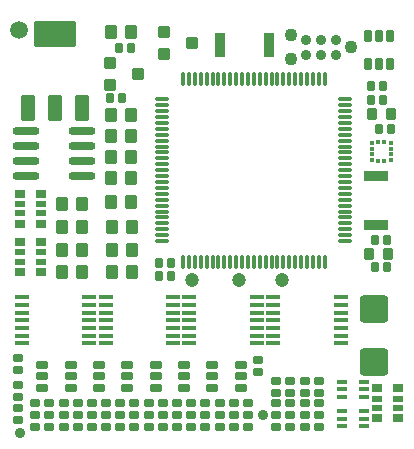
<source format=gts>
G04*
G04 #@! TF.GenerationSoftware,Altium Limited,Altium Designer,23.8.1 (32)*
G04*
G04 Layer_Color=8388736*
%FSLAX25Y25*%
%MOIN*%
G70*
G04*
G04 #@! TF.SameCoordinates,1743D94C-C548-4208-902B-E8BBFEDC475C*
G04*
G04*
G04 #@! TF.FilePolarity,Negative*
G04*
G01*
G75*
G04:AMPARAMS|DCode=56|XSize=29.53mil|YSize=35.43mil|CornerRadius=4.53mil|HoleSize=0mil|Usage=FLASHONLY|Rotation=270.000|XOffset=0mil|YOffset=0mil|HoleType=Round|Shape=RoundedRectangle|*
%AMROUNDEDRECTD56*
21,1,0.02953,0.02638,0,0,270.0*
21,1,0.02047,0.03543,0,0,270.0*
1,1,0.00906,-0.01319,-0.01024*
1,1,0.00906,-0.01319,0.01024*
1,1,0.00906,0.01319,0.01024*
1,1,0.00906,0.01319,-0.01024*
%
%ADD56ROUNDEDRECTD56*%
G04:AMPARAMS|DCode=57|XSize=21.65mil|YSize=35.43mil|CornerRadius=3.74mil|HoleSize=0mil|Usage=FLASHONLY|Rotation=270.000|XOffset=0mil|YOffset=0mil|HoleType=Round|Shape=RoundedRectangle|*
%AMROUNDEDRECTD57*
21,1,0.02165,0.02795,0,0,270.0*
21,1,0.01417,0.03543,0,0,270.0*
1,1,0.00748,-0.01398,-0.00709*
1,1,0.00748,-0.01398,0.00709*
1,1,0.00748,0.01398,0.00709*
1,1,0.00748,0.01398,-0.00709*
%
%ADD57ROUNDEDRECTD57*%
G04:AMPARAMS|DCode=58|XSize=16.54mil|YSize=35.43mil|CornerRadius=3.23mil|HoleSize=0mil|Usage=FLASHONLY|Rotation=90.000|XOffset=0mil|YOffset=0mil|HoleType=Round|Shape=RoundedRectangle|*
%AMROUNDEDRECTD58*
21,1,0.01654,0.02898,0,0,90.0*
21,1,0.01008,0.03543,0,0,90.0*
1,1,0.00646,0.01449,0.00504*
1,1,0.00646,0.01449,-0.00504*
1,1,0.00646,-0.01449,-0.00504*
1,1,0.00646,-0.01449,0.00504*
%
%ADD58ROUNDEDRECTD58*%
%ADD59O,0.05118X0.01260*%
%ADD60O,0.01260X0.05118*%
%ADD61O,0.04724X0.01575*%
%ADD62C,0.03494*%
G04:AMPARAMS|DCode=63|XSize=27.56mil|YSize=39.37mil|CornerRadius=4.33mil|HoleSize=0mil|Usage=FLASHONLY|Rotation=180.000|XOffset=0mil|YOffset=0mil|HoleType=Round|Shape=RoundedRectangle|*
%AMROUNDEDRECTD63*
21,1,0.02756,0.03071,0,0,180.0*
21,1,0.01890,0.03937,0,0,180.0*
1,1,0.00866,-0.00945,0.01535*
1,1,0.00866,0.00945,0.01535*
1,1,0.00866,0.00945,-0.01535*
1,1,0.00866,-0.00945,-0.01535*
%
%ADD63ROUNDEDRECTD63*%
G04:AMPARAMS|DCode=64|XSize=31.5mil|YSize=27.56mil|CornerRadius=4.33mil|HoleSize=0mil|Usage=FLASHONLY|Rotation=90.000|XOffset=0mil|YOffset=0mil|HoleType=Round|Shape=RoundedRectangle|*
%AMROUNDEDRECTD64*
21,1,0.03150,0.01890,0,0,90.0*
21,1,0.02284,0.02756,0,0,90.0*
1,1,0.00866,0.00945,0.01142*
1,1,0.00866,0.00945,-0.01142*
1,1,0.00866,-0.00945,-0.01142*
1,1,0.00866,-0.00945,0.01142*
%
%ADD64ROUNDEDRECTD64*%
%ADD65R,0.01772X0.01378*%
%ADD66R,0.01378X0.01772*%
G04:AMPARAMS|DCode=67|XSize=35.43mil|YSize=82.68mil|CornerRadius=5.12mil|HoleSize=0mil|Usage=FLASHONLY|Rotation=90.000|XOffset=0mil|YOffset=0mil|HoleType=Round|Shape=RoundedRectangle|*
%AMROUNDEDRECTD67*
21,1,0.03543,0.07244,0,0,90.0*
21,1,0.02520,0.08268,0,0,90.0*
1,1,0.01024,0.03622,0.01260*
1,1,0.01024,0.03622,-0.01260*
1,1,0.01024,-0.03622,-0.01260*
1,1,0.01024,-0.03622,0.01260*
%
%ADD67ROUNDEDRECTD67*%
G04:AMPARAMS|DCode=68|XSize=31.5mil|YSize=27.56mil|CornerRadius=4.33mil|HoleSize=0mil|Usage=FLASHONLY|Rotation=180.000|XOffset=0mil|YOffset=0mil|HoleType=Round|Shape=RoundedRectangle|*
%AMROUNDEDRECTD68*
21,1,0.03150,0.01890,0,0,180.0*
21,1,0.02284,0.02756,0,0,180.0*
1,1,0.00866,-0.01142,0.00945*
1,1,0.00866,0.01142,0.00945*
1,1,0.00866,0.01142,-0.00945*
1,1,0.00866,-0.01142,-0.00945*
%
%ADD68ROUNDEDRECTD68*%
G04:AMPARAMS|DCode=69|XSize=27.56mil|YSize=39.37mil|CornerRadius=4.33mil|HoleSize=0mil|Usage=FLASHONLY|Rotation=270.000|XOffset=0mil|YOffset=0mil|HoleType=Round|Shape=RoundedRectangle|*
%AMROUNDEDRECTD69*
21,1,0.02756,0.03071,0,0,270.0*
21,1,0.01890,0.03937,0,0,270.0*
1,1,0.00866,-0.01535,-0.00945*
1,1,0.00866,-0.01535,0.00945*
1,1,0.00866,0.01535,0.00945*
1,1,0.00866,0.01535,-0.00945*
%
%ADD69ROUNDEDRECTD69*%
G04:AMPARAMS|DCode=70|XSize=39.37mil|YSize=41.34mil|CornerRadius=5.51mil|HoleSize=0mil|Usage=FLASHONLY|Rotation=270.000|XOffset=0mil|YOffset=0mil|HoleType=Round|Shape=RoundedRectangle|*
%AMROUNDEDRECTD70*
21,1,0.03937,0.03032,0,0,270.0*
21,1,0.02835,0.04134,0,0,270.0*
1,1,0.01102,-0.01516,-0.01417*
1,1,0.01102,-0.01516,0.01417*
1,1,0.01102,0.01516,0.01417*
1,1,0.01102,0.01516,-0.01417*
%
%ADD70ROUNDEDRECTD70*%
%ADD71O,0.09055X0.02756*%
G04:AMPARAMS|DCode=72|XSize=47.24mil|YSize=88.58mil|CornerRadius=6.3mil|HoleSize=0mil|Usage=FLASHONLY|Rotation=0.000|XOffset=0mil|YOffset=0mil|HoleType=Round|Shape=RoundedRectangle|*
%AMROUNDEDRECTD72*
21,1,0.04724,0.07598,0,0,0.0*
21,1,0.03465,0.08858,0,0,0.0*
1,1,0.01260,0.01732,-0.03799*
1,1,0.01260,-0.01732,-0.03799*
1,1,0.01260,-0.01732,0.03799*
1,1,0.01260,0.01732,0.03799*
%
%ADD72ROUNDEDRECTD72*%
G04:AMPARAMS|DCode=73|XSize=43.31mil|YSize=47.24mil|CornerRadius=5.91mil|HoleSize=0mil|Usage=FLASHONLY|Rotation=0.000|XOffset=0mil|YOffset=0mil|HoleType=Round|Shape=RoundedRectangle|*
%AMROUNDEDRECTD73*
21,1,0.04331,0.03543,0,0,0.0*
21,1,0.03150,0.04724,0,0,0.0*
1,1,0.01181,0.01575,-0.01772*
1,1,0.01181,-0.01575,-0.01772*
1,1,0.01181,-0.01575,0.01772*
1,1,0.01181,0.01575,0.01772*
%
%ADD73ROUNDEDRECTD73*%
G04:AMPARAMS|DCode=74|XSize=31.5mil|YSize=40.16mil|CornerRadius=4.72mil|HoleSize=0mil|Usage=FLASHONLY|Rotation=0.000|XOffset=0mil|YOffset=0mil|HoleType=Round|Shape=RoundedRectangle|*
%AMROUNDEDRECTD74*
21,1,0.03150,0.03071,0,0,0.0*
21,1,0.02205,0.04016,0,0,0.0*
1,1,0.00945,0.01102,-0.01535*
1,1,0.00945,-0.01102,-0.01535*
1,1,0.00945,-0.01102,0.01535*
1,1,0.00945,0.01102,0.01535*
%
%ADD74ROUNDEDRECTD74*%
G04:AMPARAMS|DCode=75|XSize=35.43mil|YSize=82.68mil|CornerRadius=5.12mil|HoleSize=0mil|Usage=FLASHONLY|Rotation=0.000|XOffset=0mil|YOffset=0mil|HoleType=Round|Shape=RoundedRectangle|*
%AMROUNDEDRECTD75*
21,1,0.03543,0.07244,0,0,0.0*
21,1,0.02520,0.08268,0,0,0.0*
1,1,0.01024,0.01260,-0.03622*
1,1,0.01024,-0.01260,-0.03622*
1,1,0.01024,-0.01260,0.03622*
1,1,0.01024,0.01260,0.03622*
%
%ADD75ROUNDEDRECTD75*%
G04:AMPARAMS|DCode=76|XSize=39.37mil|YSize=41.34mil|CornerRadius=5.51mil|HoleSize=0mil|Usage=FLASHONLY|Rotation=270.000|XOffset=0mil|YOffset=0mil|HoleType=Round|Shape=RoundedRectangle|*
%AMROUNDEDRECTD76*
21,1,0.03937,0.03032,0,0,270.0*
21,1,0.02835,0.04134,0,0,270.0*
1,1,0.01102,-0.01516,-0.01417*
1,1,0.01102,-0.01516,0.01417*
1,1,0.01102,0.01516,0.01417*
1,1,0.01102,0.01516,-0.01417*
%
%ADD76ROUNDEDRECTD76*%
G04:AMPARAMS|DCode=77|XSize=141.73mil|YSize=88.58mil|CornerRadius=10.43mil|HoleSize=0mil|Usage=FLASHONLY|Rotation=0.000|XOffset=0mil|YOffset=0mil|HoleType=Round|Shape=RoundedRectangle|*
%AMROUNDEDRECTD77*
21,1,0.14173,0.06772,0,0,0.0*
21,1,0.12087,0.08858,0,0,0.0*
1,1,0.02087,0.06043,-0.03386*
1,1,0.02087,-0.06043,-0.03386*
1,1,0.02087,-0.06043,0.03386*
1,1,0.02087,0.06043,0.03386*
%
%ADD77ROUNDEDRECTD77*%
G04:AMPARAMS|DCode=78|XSize=47.24mil|YSize=88.58mil|CornerRadius=6.3mil|HoleSize=0mil|Usage=FLASHONLY|Rotation=0.000|XOffset=0mil|YOffset=0mil|HoleType=Round|Shape=RoundedRectangle|*
%AMROUNDEDRECTD78*
21,1,0.04724,0.07599,0,0,0.0*
21,1,0.03465,0.08858,0,0,0.0*
1,1,0.01260,0.01732,-0.03799*
1,1,0.01260,-0.01732,-0.03799*
1,1,0.01260,-0.01732,0.03799*
1,1,0.01260,0.01732,0.03799*
%
%ADD78ROUNDEDRECTD78*%
%ADD79C,0.03543*%
G04:AMPARAMS|DCode=80|XSize=90.55mil|YSize=94.49mil|CornerRadius=10.63mil|HoleSize=0mil|Usage=FLASHONLY|Rotation=90.000|XOffset=0mil|YOffset=0mil|HoleType=Round|Shape=RoundedRectangle|*
%AMROUNDEDRECTD80*
21,1,0.09055,0.07323,0,0,90.0*
21,1,0.06929,0.09449,0,0,90.0*
1,1,0.02126,0.03661,0.03465*
1,1,0.02126,0.03661,-0.03465*
1,1,0.02126,-0.03661,-0.03465*
1,1,0.02126,-0.03661,0.03465*
%
%ADD80ROUNDEDRECTD80*%
%ADD81C,0.04724*%
%ADD82C,0.04294*%
%ADD83C,0.05906*%
D56*
X123622Y18090D02*
D03*
X130709Y18090D02*
D03*
Y8051D02*
D03*
X123622D02*
D03*
X11811Y66831D02*
D03*
X4724D02*
D03*
Y56791D02*
D03*
X11811D02*
D03*
Y72933D02*
D03*
X4724D02*
D03*
Y82973D02*
D03*
X11811D02*
D03*
D57*
X123622Y14646D02*
D03*
X123622Y11496D02*
D03*
X130709D02*
D03*
X130709Y14646D02*
D03*
X4724Y60236D02*
D03*
Y63386D02*
D03*
X11811D02*
D03*
Y60236D02*
D03*
Y76378D02*
D03*
Y79528D02*
D03*
X4724D02*
D03*
Y76378D02*
D03*
D58*
X119410Y15094D02*
D03*
X119410Y17653D02*
D03*
X119410Y20213D02*
D03*
X111930Y15094D02*
D03*
Y20213D02*
D03*
Y17653D02*
D03*
X111930Y10469D02*
D03*
Y5350D02*
D03*
X119410Y10469D02*
D03*
Y7909D02*
D03*
Y5350D02*
D03*
X111930Y7909D02*
D03*
D59*
X52202Y114370D02*
D03*
Y112402D02*
D03*
Y110433D02*
D03*
Y108465D02*
D03*
Y106496D02*
D03*
Y104528D02*
D03*
Y102559D02*
D03*
Y100591D02*
D03*
Y98622D02*
D03*
Y94685D02*
D03*
Y92716D02*
D03*
Y90748D02*
D03*
Y88779D02*
D03*
Y86811D02*
D03*
Y84842D02*
D03*
Y82874D02*
D03*
Y80905D02*
D03*
Y78937D02*
D03*
Y76968D02*
D03*
Y75000D02*
D03*
Y73032D02*
D03*
Y71063D02*
D03*
Y69095D02*
D03*
Y67126D02*
D03*
X113226D02*
D03*
Y69095D02*
D03*
Y71063D02*
D03*
Y73032D02*
D03*
Y75000D02*
D03*
Y76968D02*
D03*
Y78937D02*
D03*
Y80905D02*
D03*
Y82874D02*
D03*
Y84842D02*
D03*
Y86811D02*
D03*
Y88779D02*
D03*
Y90748D02*
D03*
Y92716D02*
D03*
Y94685D02*
D03*
Y96653D02*
D03*
Y98622D02*
D03*
Y100591D02*
D03*
Y102559D02*
D03*
Y104528D02*
D03*
Y106496D02*
D03*
Y108465D02*
D03*
Y110433D02*
D03*
Y114370D02*
D03*
X52202Y96653D02*
D03*
X113226Y112402D02*
D03*
D60*
X59092Y60236D02*
D03*
X63029D02*
D03*
X64998D02*
D03*
X66966D02*
D03*
X68935D02*
D03*
X70903D02*
D03*
X72872D02*
D03*
X74840D02*
D03*
X76809D02*
D03*
X78777D02*
D03*
X80746D02*
D03*
X82714D02*
D03*
X84683D02*
D03*
X86651D02*
D03*
X88620D02*
D03*
X90588D02*
D03*
X92557D02*
D03*
X94525D02*
D03*
X96494D02*
D03*
X98462D02*
D03*
X100431D02*
D03*
X102399D02*
D03*
X104368D02*
D03*
X106336D02*
D03*
Y121260D02*
D03*
X104368D02*
D03*
X102399D02*
D03*
X100431D02*
D03*
X98462D02*
D03*
X96494D02*
D03*
X94525D02*
D03*
X92557D02*
D03*
X90588D02*
D03*
X88620D02*
D03*
X86651D02*
D03*
X84683D02*
D03*
X82714D02*
D03*
X80746D02*
D03*
X78777D02*
D03*
X76809D02*
D03*
X74840D02*
D03*
X72872D02*
D03*
X70903D02*
D03*
X68935D02*
D03*
X66966D02*
D03*
X64998D02*
D03*
X63029D02*
D03*
X61061D02*
D03*
X59092D02*
D03*
X61061Y60236D02*
D03*
D61*
X55709Y43307D02*
D03*
X83661D02*
D03*
X27756D02*
D03*
X33268Y38189D02*
D03*
X61221Y48425D02*
D03*
Y45866D02*
D03*
Y43307D02*
D03*
Y40748D02*
D03*
X61221Y38189D02*
D03*
X61221Y35630D02*
D03*
Y33071D02*
D03*
X83661Y48425D02*
D03*
X83661Y45866D02*
D03*
X83661Y40748D02*
D03*
X83661Y38189D02*
D03*
X83661Y35630D02*
D03*
Y33071D02*
D03*
X5315Y48425D02*
D03*
Y45866D02*
D03*
Y43307D02*
D03*
Y40748D02*
D03*
Y38189D02*
D03*
Y35630D02*
D03*
Y33071D02*
D03*
X27756Y48425D02*
D03*
Y45866D02*
D03*
Y40748D02*
D03*
Y38189D02*
D03*
Y35630D02*
D03*
Y33071D02*
D03*
X33268Y48425D02*
D03*
Y45866D02*
D03*
Y43307D02*
D03*
Y40748D02*
D03*
Y35630D02*
D03*
Y33071D02*
D03*
X55709Y48425D02*
D03*
Y45866D02*
D03*
Y40748D02*
D03*
Y38189D02*
D03*
Y35630D02*
D03*
Y33071D02*
D03*
X111614D02*
D03*
Y35630D02*
D03*
X111614Y38189D02*
D03*
X111614Y40748D02*
D03*
Y43307D02*
D03*
X111614Y45866D02*
D03*
X111614Y48425D02*
D03*
X89173Y33071D02*
D03*
Y35630D02*
D03*
X89173Y38189D02*
D03*
X89173Y40748D02*
D03*
Y43307D02*
D03*
X89173Y45866D02*
D03*
X89173Y48425D02*
D03*
D62*
X110118Y134193D02*
D03*
Y129193D02*
D03*
X105118Y134193D02*
D03*
X105118Y129193D02*
D03*
X100118Y134193D02*
D03*
Y129193D02*
D03*
D63*
X124409Y135433D02*
D03*
X128150D02*
D03*
X120669D02*
D03*
Y125984D02*
D03*
X124409D02*
D03*
X128150D02*
D03*
D64*
X125859Y114173D02*
D03*
Y118898D02*
D03*
X124390Y104626D02*
D03*
X37850Y131411D02*
D03*
X51162Y55545D02*
D03*
X121923Y114173D02*
D03*
X128328Y104626D02*
D03*
X123028Y67642D02*
D03*
X126965D02*
D03*
X123028Y58587D02*
D03*
X126965D02*
D03*
X121923Y118898D02*
D03*
X41787Y131411D02*
D03*
X34710Y114696D02*
D03*
X38647D02*
D03*
X55099Y55545D02*
D03*
X55118Y59841D02*
D03*
X51181D02*
D03*
D65*
X128316Y95991D02*
D03*
Y94023D02*
D03*
X122017Y97960D02*
D03*
Y95991D02*
D03*
Y99928D02*
D03*
Y94023D02*
D03*
X128316Y99928D02*
D03*
Y97960D02*
D03*
D66*
X126151Y93826D02*
D03*
X124182D02*
D03*
Y100125D02*
D03*
X126151D02*
D03*
D67*
X123411Y88976D02*
D03*
Y72441D02*
D03*
D68*
X94882Y16535D02*
D03*
X104331D02*
D03*
X99606D02*
D03*
X90158D02*
D03*
X104331Y5118D02*
D03*
X94882D02*
D03*
X99606D02*
D03*
X90158D02*
D03*
X83948Y23515D02*
D03*
Y27452D02*
D03*
X90158Y9055D02*
D03*
D03*
Y12992D02*
D03*
X94882Y9055D02*
D03*
Y12992D02*
D03*
X90158Y20472D02*
D03*
X99606Y9055D02*
D03*
Y12992D02*
D03*
X94882Y20472D02*
D03*
X99606D02*
D03*
X104331Y9055D02*
D03*
Y12992D02*
D03*
Y9055D02*
D03*
X104331Y20472D02*
D03*
X94882Y9055D02*
D03*
X99606D02*
D03*
X4134Y11417D02*
D03*
Y7480D02*
D03*
X28740Y9055D02*
D03*
Y5118D02*
D03*
X42913Y9055D02*
D03*
X42913Y5118D02*
D03*
X61811Y12992D02*
D03*
Y9055D02*
D03*
Y5118D02*
D03*
Y9055D02*
D03*
X75984Y12992D02*
D03*
Y9055D02*
D03*
X4134Y28150D02*
D03*
Y24213D02*
D03*
X9843Y9055D02*
D03*
Y12992D02*
D03*
X14567Y9055D02*
D03*
Y12992D02*
D03*
X19291Y9055D02*
D03*
Y12992D02*
D03*
X24016Y9055D02*
D03*
Y12992D02*
D03*
X9843Y9055D02*
D03*
Y5118D02*
D03*
X14567Y9055D02*
D03*
Y5118D02*
D03*
X19291Y9055D02*
D03*
Y5118D02*
D03*
X24016Y9055D02*
D03*
Y5118D02*
D03*
X28740Y9055D02*
D03*
Y12992D02*
D03*
X33465Y9055D02*
D03*
Y12992D02*
D03*
X38189Y9055D02*
D03*
Y12992D02*
D03*
X42913Y9055D02*
D03*
Y12992D02*
D03*
X33465Y9055D02*
D03*
X33465Y5118D02*
D03*
X38189Y9055D02*
D03*
Y5118D02*
D03*
X47638Y12992D02*
D03*
Y9055D02*
D03*
X52362Y12992D02*
D03*
Y9055D02*
D03*
X57087Y12992D02*
D03*
Y9055D02*
D03*
X47638Y5118D02*
D03*
Y9055D02*
D03*
X52362Y5118D02*
D03*
Y9055D02*
D03*
X57087Y5118D02*
D03*
Y9055D02*
D03*
X66536Y12992D02*
D03*
Y9055D02*
D03*
X71260Y12992D02*
D03*
Y9055D02*
D03*
X80709Y12992D02*
D03*
Y9055D02*
D03*
X66536Y5118D02*
D03*
Y9055D02*
D03*
X71260Y5118D02*
D03*
Y9055D02*
D03*
X75984Y5118D02*
D03*
Y9055D02*
D03*
X80709Y5118D02*
D03*
Y9055D02*
D03*
X4134Y19094D02*
D03*
Y15157D02*
D03*
D69*
X68898Y22047D02*
D03*
X50000D02*
D03*
X31102D02*
D03*
X12205D02*
D03*
X40551Y25787D02*
D03*
Y22047D02*
D03*
Y18307D02*
D03*
X31102Y18307D02*
D03*
X31102Y25787D02*
D03*
X21654D02*
D03*
X21654Y22047D02*
D03*
Y18307D02*
D03*
X12205D02*
D03*
X12205Y25787D02*
D03*
X59449Y25787D02*
D03*
Y22047D02*
D03*
Y18307D02*
D03*
X50000Y18307D02*
D03*
X50000Y25787D02*
D03*
X78347D02*
D03*
Y22047D02*
D03*
Y18307D02*
D03*
X68898D02*
D03*
Y25787D02*
D03*
D70*
X34913Y119082D02*
D03*
X52835Y129331D02*
D03*
D71*
X25591Y93959D02*
D03*
X6693Y88959D02*
D03*
Y103959D02*
D03*
X6693Y98959D02*
D03*
X6693Y93959D02*
D03*
X25591Y103959D02*
D03*
X25591Y98959D02*
D03*
X25591Y88959D02*
D03*
D72*
X7283Y111600D02*
D03*
X25394D02*
D03*
D73*
X41745Y80074D02*
D03*
X25536Y79526D02*
D03*
X42222Y71914D02*
D03*
Y64303D02*
D03*
X25536Y71914D02*
D03*
X25536Y64303D02*
D03*
X42222Y56691D02*
D03*
X25536Y56691D02*
D03*
X35052Y80074D02*
D03*
X35529Y71914D02*
D03*
Y64303D02*
D03*
Y56691D02*
D03*
X18843Y71914D02*
D03*
Y79526D02*
D03*
X35052Y88051D02*
D03*
X41745Y88051D02*
D03*
Y95138D02*
D03*
X35052D02*
D03*
Y102224D02*
D03*
X41745D02*
D03*
Y109311D02*
D03*
X35052D02*
D03*
X18843Y64303D02*
D03*
Y56691D02*
D03*
X41745Y136811D02*
D03*
X35052D02*
D03*
D74*
X128419Y109398D02*
D03*
X122119D02*
D03*
X121059Y62957D02*
D03*
X127359D02*
D03*
D75*
X87794Y132340D02*
D03*
X71259D02*
D03*
D76*
X52835Y136811D02*
D03*
X62087Y133071D02*
D03*
X34913Y126562D02*
D03*
X44165Y122822D02*
D03*
D77*
X16339Y136010D02*
D03*
D78*
X16339Y111600D02*
D03*
D79*
X85630Y9055D02*
D03*
X4724Y3150D02*
D03*
D80*
X122821Y26797D02*
D03*
Y44513D02*
D03*
D81*
X77913Y54134D02*
D03*
X92126D02*
D03*
X62126D02*
D03*
D82*
X115118Y131693D02*
D03*
X95118Y127693D02*
D03*
Y135693D02*
D03*
D83*
X4331Y137402D02*
D03*
M02*

</source>
